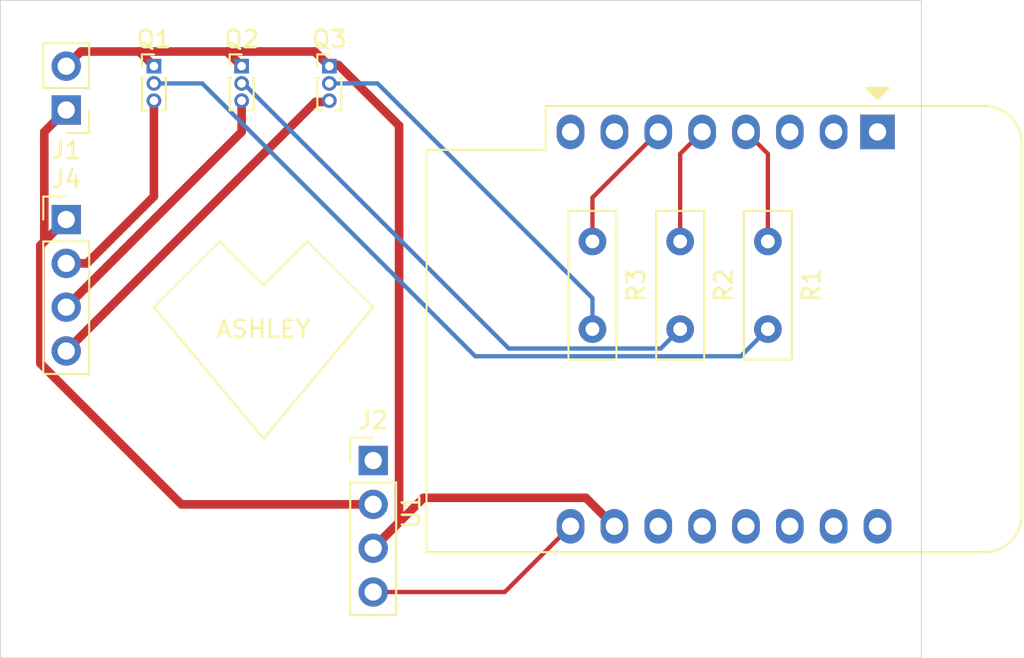
<source format=kicad_pcb>
(kicad_pcb (version 20171130) (host pcbnew 5.1.9)

  (general
    (thickness 1.6)
    (drawings 11)
    (tracks 49)
    (zones 0)
    (modules 10)
    (nets 25)
  )

  (page A4)
  (layers
    (0 F.Cu signal)
    (31 B.Cu signal)
    (33 F.Adhes user)
    (35 F.Paste user)
    (37 F.SilkS user)
    (38 B.Mask user)
    (39 F.Mask user)
    (40 Dwgs.User user)
    (41 Cmts.User user)
    (42 Eco1.User user)
    (43 Eco2.User user)
    (44 Edge.Cuts user)
    (45 Margin user)
    (46 B.CrtYd user)
    (47 F.CrtYd user)
    (49 F.Fab user)
  )

  (setup
    (last_trace_width 0.25)
    (trace_clearance 0.2)
    (zone_clearance 0.508)
    (zone_45_only no)
    (trace_min 0.2)
    (via_size 0.8)
    (via_drill 0.4)
    (via_min_size 0.4)
    (via_min_drill 0.3)
    (uvia_size 0.3)
    (uvia_drill 0.1)
    (uvias_allowed no)
    (uvia_min_size 0.2)
    (uvia_min_drill 0.1)
    (edge_width 0.05)
    (segment_width 0.2)
    (pcb_text_width 0.3)
    (pcb_text_size 1.5 1.5)
    (mod_edge_width 0.12)
    (mod_text_size 1 1)
    (mod_text_width 0.15)
    (pad_size 1.524 1.524)
    (pad_drill 0.762)
    (pad_to_mask_clearance 0)
    (aux_axis_origin 0 0)
    (visible_elements FFFFFF7F)
    (pcbplotparams
      (layerselection 0x010fc_ffffffff)
      (usegerberextensions false)
      (usegerberattributes true)
      (usegerberadvancedattributes true)
      (creategerberjobfile true)
      (excludeedgelayer true)
      (linewidth 0.100000)
      (plotframeref false)
      (viasonmask false)
      (mode 1)
      (useauxorigin false)
      (hpglpennumber 1)
      (hpglpenspeed 20)
      (hpglpendiameter 15.000000)
      (psnegative false)
      (psa4output false)
      (plotreference true)
      (plotvalue true)
      (plotinvisibletext false)
      (padsonsilk false)
      (subtractmaskfromsilk false)
      (outputformat 1)
      (mirror false)
      (drillshape 1)
      (scaleselection 1)
      (outputdirectory ""))
  )

  (net 0 "")
  (net 1 GND)
  (net 2 +24V)
  (net 3 "Net-(J2-Pad4)")
  (net 4 "Net-(J2-Pad1)")
  (net 5 "Net-(J4-Pad4)")
  (net 6 "Net-(J4-Pad3)")
  (net 7 "Net-(J4-Pad2)")
  (net 8 "Net-(Q1-Pad2)")
  (net 9 "Net-(Q2-Pad2)")
  (net 10 "Net-(Q3-Pad2)")
  (net 11 "Net-(R1-Pad1)")
  (net 12 "Net-(R2-Pad1)")
  (net 13 "Net-(R3-Pad1)")
  (net 14 "Net-(U1-Pad16)")
  (net 15 "Net-(U1-Pad15)")
  (net 16 "Net-(U1-Pad14)")
  (net 17 "Net-(U1-Pad13)")
  (net 18 "Net-(U1-Pad12)")
  (net 19 "Net-(U1-Pad11)")
  (net 20 "Net-(U1-Pad8)")
  (net 21 "Net-(U1-Pad7)")
  (net 22 "Net-(U1-Pad3)")
  (net 23 "Net-(U1-Pad1)")
  (net 24 "Net-(U1-Pad2)")

  (net_class Default "This is the default net class."
    (clearance 0.2)
    (trace_width 0.25)
    (via_dia 0.8)
    (via_drill 0.4)
    (uvia_dia 0.3)
    (uvia_drill 0.1)
    (add_net "Net-(J2-Pad1)")
    (add_net "Net-(J2-Pad4)")
    (add_net "Net-(Q1-Pad2)")
    (add_net "Net-(Q2-Pad2)")
    (add_net "Net-(Q3-Pad2)")
    (add_net "Net-(R1-Pad1)")
    (add_net "Net-(R2-Pad1)")
    (add_net "Net-(R3-Pad1)")
    (add_net "Net-(U1-Pad1)")
    (add_net "Net-(U1-Pad11)")
    (add_net "Net-(U1-Pad12)")
    (add_net "Net-(U1-Pad13)")
    (add_net "Net-(U1-Pad14)")
    (add_net "Net-(U1-Pad15)")
    (add_net "Net-(U1-Pad16)")
    (add_net "Net-(U1-Pad2)")
    (add_net "Net-(U1-Pad3)")
    (add_net "Net-(U1-Pad7)")
    (add_net "Net-(U1-Pad8)")
  )

  (net_class Large ""
    (clearance 0.4)
    (trace_width 0.5)
    (via_dia 1.6)
    (via_drill 0.8)
    (uvia_dia 0.6)
    (uvia_drill 0.2)
    (diff_pair_width 0.3)
    (diff_pair_gap 0.35)
    (add_net +24V)
    (add_net GND)
    (add_net "Net-(J4-Pad2)")
    (add_net "Net-(J4-Pad3)")
    (add_net "Net-(J4-Pad4)")
  )

  (module Connector_PinHeader_1.00mm:PinHeader_1x03_P1.00mm_Vertical (layer F.Cu) (tedit 59FED738) (tstamp 6020CACE)
    (at 92.71 80.01)
    (descr "Through hole straight pin header, 1x03, 1.00mm pitch, single row")
    (tags "Through hole pin header THT 1x03 1.00mm single row")
    (path /602468BE)
    (fp_text reference Q2 (at 0 -1.56) (layer F.SilkS)
      (effects (font (size 1 1) (thickness 0.15)))
    )
    (fp_text value 2N2222 (at 0 3.56) (layer F.Fab)
      (effects (font (size 1 1) (thickness 0.15)))
    )
    (fp_line (start -0.3175 -0.5) (end 0.635 -0.5) (layer F.Fab) (width 0.1))
    (fp_line (start 0.635 -0.5) (end 0.635 2.5) (layer F.Fab) (width 0.1))
    (fp_line (start 0.635 2.5) (end -0.635 2.5) (layer F.Fab) (width 0.1))
    (fp_line (start -0.635 2.5) (end -0.635 -0.1825) (layer F.Fab) (width 0.1))
    (fp_line (start -0.635 -0.1825) (end -0.3175 -0.5) (layer F.Fab) (width 0.1))
    (fp_line (start -0.695 2.56) (end -0.394493 2.56) (layer F.SilkS) (width 0.12))
    (fp_line (start 0.394493 2.56) (end 0.695 2.56) (layer F.SilkS) (width 0.12))
    (fp_line (start -0.695 0.685) (end -0.695 2.56) (layer F.SilkS) (width 0.12))
    (fp_line (start 0.695 0.685) (end 0.695 2.56) (layer F.SilkS) (width 0.12))
    (fp_line (start -0.695 0.685) (end -0.608276 0.685) (layer F.SilkS) (width 0.12))
    (fp_line (start 0.608276 0.685) (end 0.695 0.685) (layer F.SilkS) (width 0.12))
    (fp_line (start -0.695 0) (end -0.695 -0.685) (layer F.SilkS) (width 0.12))
    (fp_line (start -0.695 -0.685) (end 0 -0.685) (layer F.SilkS) (width 0.12))
    (fp_line (start -1.15 -1) (end -1.15 3) (layer F.CrtYd) (width 0.05))
    (fp_line (start -1.15 3) (end 1.15 3) (layer F.CrtYd) (width 0.05))
    (fp_line (start 1.15 3) (end 1.15 -1) (layer F.CrtYd) (width 0.05))
    (fp_line (start 1.15 -1) (end -1.15 -1) (layer F.CrtYd) (width 0.05))
    (fp_text user %R (at 0 1 90) (layer F.Fab)
      (effects (font (size 0.76 0.76) (thickness 0.114)))
    )
    (pad 3 thru_hole oval (at 0 2) (size 0.85 0.85) (drill 0.5) (layers *.Cu *.Mask)
      (net 6 "Net-(J4-Pad3)"))
    (pad 2 thru_hole oval (at 0 1) (size 0.85 0.85) (drill 0.5) (layers *.Cu *.Mask)
      (net 9 "Net-(Q2-Pad2)"))
    (pad 1 thru_hole rect (at 0 0) (size 0.85 0.85) (drill 0.5) (layers *.Cu *.Mask)
      (net 1 GND))
    (model ${KISYS3DMOD}/Connector_PinHeader_1.00mm.3dshapes/PinHeader_1x03_P1.00mm_Vertical.wrl
      (at (xyz 0 0 0))
      (scale (xyz 1 1 1))
      (rotate (xyz 0 0 0))
    )
  )

  (module Connector_PinHeader_1.00mm:PinHeader_1x03_P1.00mm_Vertical (layer F.Cu) (tedit 59FED738) (tstamp 6020CAB9)
    (at 87.63 80.01)
    (descr "Through hole straight pin header, 1x03, 1.00mm pitch, single row")
    (tags "Through hole pin header THT 1x03 1.00mm single row")
    (path /60221E2A)
    (fp_text reference Q1 (at 0 -1.56) (layer F.SilkS)
      (effects (font (size 1 1) (thickness 0.15)))
    )
    (fp_text value 2N2222 (at 0 3.56) (layer F.Fab)
      (effects (font (size 1 1) (thickness 0.15)))
    )
    (fp_line (start -0.3175 -0.5) (end 0.635 -0.5) (layer F.Fab) (width 0.1))
    (fp_line (start 0.635 -0.5) (end 0.635 2.5) (layer F.Fab) (width 0.1))
    (fp_line (start 0.635 2.5) (end -0.635 2.5) (layer F.Fab) (width 0.1))
    (fp_line (start -0.635 2.5) (end -0.635 -0.1825) (layer F.Fab) (width 0.1))
    (fp_line (start -0.635 -0.1825) (end -0.3175 -0.5) (layer F.Fab) (width 0.1))
    (fp_line (start -0.695 2.56) (end -0.394493 2.56) (layer F.SilkS) (width 0.12))
    (fp_line (start 0.394493 2.56) (end 0.695 2.56) (layer F.SilkS) (width 0.12))
    (fp_line (start -0.695 0.685) (end -0.695 2.56) (layer F.SilkS) (width 0.12))
    (fp_line (start 0.695 0.685) (end 0.695 2.56) (layer F.SilkS) (width 0.12))
    (fp_line (start -0.695 0.685) (end -0.608276 0.685) (layer F.SilkS) (width 0.12))
    (fp_line (start 0.608276 0.685) (end 0.695 0.685) (layer F.SilkS) (width 0.12))
    (fp_line (start -0.695 0) (end -0.695 -0.685) (layer F.SilkS) (width 0.12))
    (fp_line (start -0.695 -0.685) (end 0 -0.685) (layer F.SilkS) (width 0.12))
    (fp_line (start -1.15 -1) (end -1.15 3) (layer F.CrtYd) (width 0.05))
    (fp_line (start -1.15 3) (end 1.15 3) (layer F.CrtYd) (width 0.05))
    (fp_line (start 1.15 3) (end 1.15 -1) (layer F.CrtYd) (width 0.05))
    (fp_line (start 1.15 -1) (end -1.15 -1) (layer F.CrtYd) (width 0.05))
    (fp_text user %R (at 0 1 90) (layer F.Fab)
      (effects (font (size 0.76 0.76) (thickness 0.114)))
    )
    (pad 3 thru_hole oval (at 0 2) (size 0.85 0.85) (drill 0.5) (layers *.Cu *.Mask)
      (net 7 "Net-(J4-Pad2)"))
    (pad 2 thru_hole oval (at 0 1) (size 0.85 0.85) (drill 0.5) (layers *.Cu *.Mask)
      (net 8 "Net-(Q1-Pad2)"))
    (pad 1 thru_hole rect (at 0 0) (size 0.85 0.85) (drill 0.5) (layers *.Cu *.Mask)
      (net 1 GND))
    (model ${KISYS3DMOD}/Connector_PinHeader_1.00mm.3dshapes/PinHeader_1x03_P1.00mm_Vertical.wrl
      (at (xyz 0 0 0))
      (scale (xyz 1 1 1))
      (rotate (xyz 0 0 0))
    )
  )

  (module Connector_PinHeader_1.00mm:PinHeader_1x03_P1.00mm_Vertical (layer F.Cu) (tedit 59FED738) (tstamp 6020CAE3)
    (at 97.79 80.01)
    (descr "Through hole straight pin header, 1x03, 1.00mm pitch, single row")
    (tags "Through hole pin header THT 1x03 1.00mm single row")
    (path /60247E66)
    (fp_text reference Q3 (at 0 -1.56) (layer F.SilkS)
      (effects (font (size 1 1) (thickness 0.15)))
    )
    (fp_text value 2N2222 (at 0 3.56) (layer F.Fab)
      (effects (font (size 1 1) (thickness 0.15)))
    )
    (fp_line (start -0.3175 -0.5) (end 0.635 -0.5) (layer F.Fab) (width 0.1))
    (fp_line (start 0.635 -0.5) (end 0.635 2.5) (layer F.Fab) (width 0.1))
    (fp_line (start 0.635 2.5) (end -0.635 2.5) (layer F.Fab) (width 0.1))
    (fp_line (start -0.635 2.5) (end -0.635 -0.1825) (layer F.Fab) (width 0.1))
    (fp_line (start -0.635 -0.1825) (end -0.3175 -0.5) (layer F.Fab) (width 0.1))
    (fp_line (start -0.695 2.56) (end -0.394493 2.56) (layer F.SilkS) (width 0.12))
    (fp_line (start 0.394493 2.56) (end 0.695 2.56) (layer F.SilkS) (width 0.12))
    (fp_line (start -0.695 0.685) (end -0.695 2.56) (layer F.SilkS) (width 0.12))
    (fp_line (start 0.695 0.685) (end 0.695 2.56) (layer F.SilkS) (width 0.12))
    (fp_line (start -0.695 0.685) (end -0.608276 0.685) (layer F.SilkS) (width 0.12))
    (fp_line (start 0.608276 0.685) (end 0.695 0.685) (layer F.SilkS) (width 0.12))
    (fp_line (start -0.695 0) (end -0.695 -0.685) (layer F.SilkS) (width 0.12))
    (fp_line (start -0.695 -0.685) (end 0 -0.685) (layer F.SilkS) (width 0.12))
    (fp_line (start -1.15 -1) (end -1.15 3) (layer F.CrtYd) (width 0.05))
    (fp_line (start -1.15 3) (end 1.15 3) (layer F.CrtYd) (width 0.05))
    (fp_line (start 1.15 3) (end 1.15 -1) (layer F.CrtYd) (width 0.05))
    (fp_line (start 1.15 -1) (end -1.15 -1) (layer F.CrtYd) (width 0.05))
    (fp_text user %R (at 0 1 90) (layer F.Fab)
      (effects (font (size 0.76 0.76) (thickness 0.114)))
    )
    (pad 3 thru_hole oval (at 0 2) (size 0.85 0.85) (drill 0.5) (layers *.Cu *.Mask)
      (net 5 "Net-(J4-Pad4)"))
    (pad 2 thru_hole oval (at 0 1) (size 0.85 0.85) (drill 0.5) (layers *.Cu *.Mask)
      (net 10 "Net-(Q3-Pad2)"))
    (pad 1 thru_hole rect (at 0 0) (size 0.85 0.85) (drill 0.5) (layers *.Cu *.Mask)
      (net 1 GND))
    (model ${KISYS3DMOD}/Connector_PinHeader_1.00mm.3dshapes/PinHeader_1x03_P1.00mm_Vertical.wrl
      (at (xyz 0 0 0))
      (scale (xyz 1 1 1))
      (rotate (xyz 0 0 0))
    )
  )

  (module Module:WEMOS_D1_mini_light (layer F.Cu) (tedit 5BBFB1CE) (tstamp 6020CB5F)
    (at 129.54 83.82 270)
    (descr "16-pin module, column spacing 22.86 mm (900 mils), https://wiki.wemos.cc/products:d1:d1_mini, https://c1.staticflickr.com/1/734/31400410271_f278b087db_z.jpg")
    (tags "ESP8266 WiFi microcontroller")
    (path /6020A265)
    (fp_text reference U1 (at 22 27 90) (layer F.SilkS)
      (effects (font (size 1 1) (thickness 0.15)))
    )
    (fp_text value WeMos_D1_mini (at 11.7 0 90) (layer F.Fab)
      (effects (font (size 1 1) (thickness 0.15)))
    )
    (fp_line (start 1.04 26.12) (end 24.36 26.12) (layer F.SilkS) (width 0.12))
    (fp_line (start -1.5 19.22) (end -1.5 -6.21) (layer F.SilkS) (width 0.12))
    (fp_line (start 24.36 26.12) (end 24.36 -6.21) (layer F.SilkS) (width 0.12))
    (fp_line (start 22.24 -8.34) (end 0.63 -8.34) (layer F.SilkS) (width 0.12))
    (fp_line (start 1.17 25.99) (end 24.23 25.99) (layer F.Fab) (width 0.1))
    (fp_line (start 24.23 25.99) (end 24.23 -6.21) (layer F.Fab) (width 0.1))
    (fp_line (start 22.23 -8.21) (end 0.63 -8.21) (layer F.Fab) (width 0.1))
    (fp_line (start -1.37 1) (end -1.37 19.09) (layer F.Fab) (width 0.1))
    (fp_line (start -1.62 -8.46) (end 24.48 -8.46) (layer F.CrtYd) (width 0.05))
    (fp_line (start 24.48 -8.41) (end 24.48 26.24) (layer F.CrtYd) (width 0.05))
    (fp_line (start 24.48 26.24) (end -1.62 26.24) (layer F.CrtYd) (width 0.05))
    (fp_line (start -1.62 26.24) (end -1.62 -8.46) (layer F.CrtYd) (width 0.05))
    (fp_poly (pts (xy -2.54 -0.635) (xy -2.54 0.635) (xy -1.905 0)) (layer F.SilkS) (width 0.15))
    (fp_line (start -1.35 -1.4) (end 24.25 -1.4) (layer Dwgs.User) (width 0.1))
    (fp_line (start 24.25 -1.4) (end 24.25 -8.2) (layer Dwgs.User) (width 0.1))
    (fp_line (start 24.25 -8.2) (end -1.35 -8.2) (layer Dwgs.User) (width 0.1))
    (fp_line (start -1.35 -8.2) (end -1.35 -1.4) (layer Dwgs.User) (width 0.1))
    (fp_line (start -1.35 -1.4) (end 5.45 -8.2) (layer Dwgs.User) (width 0.1))
    (fp_line (start 0.65 -1.4) (end 7.45 -8.2) (layer Dwgs.User) (width 0.1))
    (fp_line (start 2.65 -1.4) (end 9.45 -8.2) (layer Dwgs.User) (width 0.1))
    (fp_line (start 4.65 -1.4) (end 11.45 -8.2) (layer Dwgs.User) (width 0.1))
    (fp_line (start 6.65 -1.4) (end 13.45 -8.2) (layer Dwgs.User) (width 0.1))
    (fp_line (start 8.65 -1.4) (end 15.45 -8.2) (layer Dwgs.User) (width 0.1))
    (fp_line (start 10.65 -1.4) (end 17.45 -8.2) (layer Dwgs.User) (width 0.1))
    (fp_line (start 12.65 -1.4) (end 19.45 -8.2) (layer Dwgs.User) (width 0.1))
    (fp_line (start 14.65 -1.4) (end 21.45 -8.2) (layer Dwgs.User) (width 0.1))
    (fp_line (start 16.65 -1.4) (end 23.45 -8.2) (layer Dwgs.User) (width 0.1))
    (fp_line (start 18.65 -1.4) (end 24.25 -7) (layer Dwgs.User) (width 0.1))
    (fp_line (start 20.65 -1.4) (end 24.25 -5) (layer Dwgs.User) (width 0.1))
    (fp_line (start 22.65 -1.4) (end 24.25 -3) (layer Dwgs.User) (width 0.1))
    (fp_line (start -1.35 -3.4) (end 3.45 -8.2) (layer Dwgs.User) (width 0.1))
    (fp_line (start -1.3 -5.45) (end 1.45 -8.2) (layer Dwgs.User) (width 0.1))
    (fp_line (start -1.35 -7.4) (end -0.55 -8.2) (layer Dwgs.User) (width 0.1))
    (fp_line (start -1.37 19.09) (end 1.17 19.09) (layer F.Fab) (width 0.1))
    (fp_line (start 1.17 19.09) (end 1.17 25.99) (layer F.Fab) (width 0.1))
    (fp_line (start -1.37 -6.21) (end -1.37 -1) (layer F.Fab) (width 0.1))
    (fp_line (start -1.37 1) (end -0.37 0) (layer F.Fab) (width 0.1))
    (fp_line (start -0.37 0) (end -1.37 -1) (layer F.Fab) (width 0.1))
    (fp_line (start -1.5 19.22) (end 1.04 19.22) (layer F.SilkS) (width 0.12))
    (fp_line (start 1.04 19.22) (end 1.04 26.12) (layer F.SilkS) (width 0.12))
    (fp_text user "No copper" (at 11.43 -3.81 90) (layer Cmts.User)
      (effects (font (size 1 1) (thickness 0.15)))
    )
    (fp_text user "KEEP OUT" (at 11.43 -6.35 90) (layer Cmts.User)
      (effects (font (size 1 1) (thickness 0.15)))
    )
    (fp_arc (start 22.23 -6.21) (end 24.36 -6.21) (angle -90) (layer F.SilkS) (width 0.12))
    (fp_arc (start 0.63 -6.21) (end 0.63 -8.34) (angle -90) (layer F.SilkS) (width 0.12))
    (fp_arc (start 22.23 -6.21) (end 24.23 -6.19) (angle -90) (layer F.Fab) (width 0.1))
    (fp_arc (start 0.63 -6.21) (end 0.63 -8.21) (angle -90) (layer F.Fab) (width 0.1))
    (fp_text user %R (at 11.43 10 90) (layer F.Fab)
      (effects (font (size 1 1) (thickness 0.15)))
    )
    (pad 16 thru_hole oval (at 22.86 0 270) (size 2 1.6) (drill 1) (layers *.Cu *.Mask)
      (net 14 "Net-(U1-Pad16)"))
    (pad 15 thru_hole oval (at 22.86 2.54 270) (size 2 1.6) (drill 1) (layers *.Cu *.Mask)
      (net 15 "Net-(U1-Pad15)"))
    (pad 14 thru_hole oval (at 22.86 5.08 270) (size 2 1.6) (drill 1) (layers *.Cu *.Mask)
      (net 16 "Net-(U1-Pad14)"))
    (pad 13 thru_hole oval (at 22.86 7.62 270) (size 2 1.6) (drill 1) (layers *.Cu *.Mask)
      (net 17 "Net-(U1-Pad13)"))
    (pad 12 thru_hole oval (at 22.86 10.16 270) (size 2 1.6) (drill 1) (layers *.Cu *.Mask)
      (net 18 "Net-(U1-Pad12)"))
    (pad 11 thru_hole oval (at 22.86 12.7 270) (size 2 1.6) (drill 1) (layers *.Cu *.Mask)
      (net 19 "Net-(U1-Pad11)"))
    (pad 10 thru_hole oval (at 22.86 15.24 270) (size 2 1.6) (drill 1) (layers *.Cu *.Mask)
      (net 1 GND))
    (pad 9 thru_hole oval (at 22.86 17.78 270) (size 2 1.6) (drill 1) (layers *.Cu *.Mask)
      (net 3 "Net-(J2-Pad4)"))
    (pad 8 thru_hole oval (at 0 17.78 270) (size 2 1.6) (drill 1) (layers *.Cu *.Mask)
      (net 20 "Net-(U1-Pad8)"))
    (pad 7 thru_hole oval (at 0 15.24 270) (size 2 1.6) (drill 1) (layers *.Cu *.Mask)
      (net 21 "Net-(U1-Pad7)"))
    (pad 6 thru_hole oval (at 0 12.7 270) (size 2 1.6) (drill 1) (layers *.Cu *.Mask)
      (net 13 "Net-(R3-Pad1)"))
    (pad 5 thru_hole oval (at 0 10.16 270) (size 2 1.6) (drill 1) (layers *.Cu *.Mask)
      (net 12 "Net-(R2-Pad1)"))
    (pad 4 thru_hole oval (at 0 7.62 270) (size 2 1.6) (drill 1) (layers *.Cu *.Mask)
      (net 11 "Net-(R1-Pad1)"))
    (pad 3 thru_hole oval (at 0 5.08 270) (size 2 1.6) (drill 1) (layers *.Cu *.Mask)
      (net 22 "Net-(U1-Pad3)"))
    (pad 1 thru_hole rect (at 0 0 270) (size 2 2) (drill 1) (layers *.Cu *.Mask)
      (net 23 "Net-(U1-Pad1)"))
    (pad 2 thru_hole oval (at 0 2.54 270) (size 2 1.6) (drill 1) (layers *.Cu *.Mask)
      (net 24 "Net-(U1-Pad2)"))
    (model ${KISYS3DMOD}/Module.3dshapes/WEMOS_D1_mini_light.wrl
      (at (xyz 0 0 0))
      (scale (xyz 1 1 1))
      (rotate (xyz 0 0 0))
    )
    (model ${KISYS3DMOD}/Connector_PinHeader_2.54mm.3dshapes/PinHeader_1x08_P2.54mm_Vertical.wrl
      (offset (xyz 0 0 9.5))
      (scale (xyz 1 1 1))
      (rotate (xyz 0 -180 0))
    )
    (model ${KISYS3DMOD}/Connector_PinHeader_2.54mm.3dshapes/PinHeader_1x08_P2.54mm_Vertical.wrl
      (offset (xyz 22.86 0 9.5))
      (scale (xyz 1 1 1))
      (rotate (xyz 0 -180 0))
    )
    (model ${KISYS3DMOD}/Connector_PinSocket_2.54mm.3dshapes/PinSocket_1x08_P2.54mm_Vertical.wrl
      (at (xyz 0 0 0))
      (scale (xyz 1 1 1))
      (rotate (xyz 0 0 0))
    )
    (model ${KISYS3DMOD}/Connector_PinSocket_2.54mm.3dshapes/PinSocket_1x08_P2.54mm_Vertical.wrl
      (offset (xyz 22.86 0 0))
      (scale (xyz 1 1 1))
      (rotate (xyz 0 0 0))
    )
  )

  (module Resistor_THT:R_Box_L8.4mm_W2.5mm_P5.08mm (layer F.Cu) (tedit 5AE5139B) (tstamp 6020CB1C)
    (at 113.03 90.17 270)
    (descr "Resistor, Box series, Radial, pin pitch=5.08mm, 0.5W = 1/2W, length*width=8.38*2.54mm^2, http://www.vishay.com/docs/60051/cns020.pdf")
    (tags "Resistor Box series Radial pin pitch 5.08mm 0.5W = 1/2W length 8.38mm width 2.54mm")
    (path /6020FA21)
    (fp_text reference R3 (at 2.54 -2.52 90) (layer F.SilkS)
      (effects (font (size 1 1) (thickness 0.15)))
    )
    (fp_text value 1K (at 2.54 2.52 90) (layer F.Fab)
      (effects (font (size 1 1) (thickness 0.15)))
    )
    (fp_line (start -1.65 -1.27) (end -1.65 1.27) (layer F.Fab) (width 0.1))
    (fp_line (start -1.65 1.27) (end 6.73 1.27) (layer F.Fab) (width 0.1))
    (fp_line (start 6.73 1.27) (end 6.73 -1.27) (layer F.Fab) (width 0.1))
    (fp_line (start 6.73 -1.27) (end -1.65 -1.27) (layer F.Fab) (width 0.1))
    (fp_line (start -1.77 -1.39) (end 6.85 -1.39) (layer F.SilkS) (width 0.12))
    (fp_line (start -1.77 1.39) (end 6.85 1.39) (layer F.SilkS) (width 0.12))
    (fp_line (start -1.77 -1.39) (end -1.77 1.39) (layer F.SilkS) (width 0.12))
    (fp_line (start 6.85 -1.39) (end 6.85 1.39) (layer F.SilkS) (width 0.12))
    (fp_line (start -1.91 -1.52) (end -1.91 1.52) (layer F.CrtYd) (width 0.05))
    (fp_line (start -1.91 1.52) (end 6.98 1.52) (layer F.CrtYd) (width 0.05))
    (fp_line (start 6.98 1.52) (end 6.98 -1.52) (layer F.CrtYd) (width 0.05))
    (fp_line (start 6.98 -1.52) (end -1.91 -1.52) (layer F.CrtYd) (width 0.05))
    (fp_text user %R (at 2.54 0 90) (layer F.Fab)
      (effects (font (size 1 1) (thickness 0.15)))
    )
    (pad 2 thru_hole circle (at 5.08 0 270) (size 1.6 1.6) (drill 0.8) (layers *.Cu *.Mask)
      (net 10 "Net-(Q3-Pad2)"))
    (pad 1 thru_hole circle (at 0 0 270) (size 1.6 1.6) (drill 0.8) (layers *.Cu *.Mask)
      (net 13 "Net-(R3-Pad1)"))
    (model ${KISYS3DMOD}/Resistor_THT.3dshapes/R_Box_L8.4mm_W2.5mm_P5.08mm.wrl
      (at (xyz 0 0 0))
      (scale (xyz 1 1 1))
      (rotate (xyz 0 0 0))
    )
  )

  (module Resistor_THT:R_Box_L8.4mm_W2.5mm_P5.08mm (layer F.Cu) (tedit 5AE5139B) (tstamp 6020CB09)
    (at 118.11 90.17 270)
    (descr "Resistor, Box series, Radial, pin pitch=5.08mm, 0.5W = 1/2W, length*width=8.38*2.54mm^2, http://www.vishay.com/docs/60051/cns020.pdf")
    (tags "Resistor Box series Radial pin pitch 5.08mm 0.5W = 1/2W length 8.38mm width 2.54mm")
    (path /6020F571)
    (fp_text reference R2 (at 2.54 -2.52 90) (layer F.SilkS)
      (effects (font (size 1 1) (thickness 0.15)))
    )
    (fp_text value 1K (at 2.54 2.52 90) (layer F.Fab)
      (effects (font (size 1 1) (thickness 0.15)))
    )
    (fp_line (start -1.65 -1.27) (end -1.65 1.27) (layer F.Fab) (width 0.1))
    (fp_line (start -1.65 1.27) (end 6.73 1.27) (layer F.Fab) (width 0.1))
    (fp_line (start 6.73 1.27) (end 6.73 -1.27) (layer F.Fab) (width 0.1))
    (fp_line (start 6.73 -1.27) (end -1.65 -1.27) (layer F.Fab) (width 0.1))
    (fp_line (start -1.77 -1.39) (end 6.85 -1.39) (layer F.SilkS) (width 0.12))
    (fp_line (start -1.77 1.39) (end 6.85 1.39) (layer F.SilkS) (width 0.12))
    (fp_line (start -1.77 -1.39) (end -1.77 1.39) (layer F.SilkS) (width 0.12))
    (fp_line (start 6.85 -1.39) (end 6.85 1.39) (layer F.SilkS) (width 0.12))
    (fp_line (start -1.91 -1.52) (end -1.91 1.52) (layer F.CrtYd) (width 0.05))
    (fp_line (start -1.91 1.52) (end 6.98 1.52) (layer F.CrtYd) (width 0.05))
    (fp_line (start 6.98 1.52) (end 6.98 -1.52) (layer F.CrtYd) (width 0.05))
    (fp_line (start 6.98 -1.52) (end -1.91 -1.52) (layer F.CrtYd) (width 0.05))
    (fp_text user %R (at 2.54 0 90) (layer F.Fab)
      (effects (font (size 1 1) (thickness 0.15)))
    )
    (pad 2 thru_hole circle (at 5.08 0 270) (size 1.6 1.6) (drill 0.8) (layers *.Cu *.Mask)
      (net 9 "Net-(Q2-Pad2)"))
    (pad 1 thru_hole circle (at 0 0 270) (size 1.6 1.6) (drill 0.8) (layers *.Cu *.Mask)
      (net 12 "Net-(R2-Pad1)"))
    (model ${KISYS3DMOD}/Resistor_THT.3dshapes/R_Box_L8.4mm_W2.5mm_P5.08mm.wrl
      (at (xyz 0 0 0))
      (scale (xyz 1 1 1))
      (rotate (xyz 0 0 0))
    )
  )

  (module Resistor_THT:R_Box_L8.4mm_W2.5mm_P5.08mm (layer F.Cu) (tedit 5AE5139B) (tstamp 6020CAF6)
    (at 123.19 90.17 270)
    (descr "Resistor, Box series, Radial, pin pitch=5.08mm, 0.5W = 1/2W, length*width=8.38*2.54mm^2, http://www.vishay.com/docs/60051/cns020.pdf")
    (tags "Resistor Box series Radial pin pitch 5.08mm 0.5W = 1/2W length 8.38mm width 2.54mm")
    (path /6020E56E)
    (fp_text reference R1 (at 2.54 -2.52 90) (layer F.SilkS)
      (effects (font (size 1 1) (thickness 0.15)))
    )
    (fp_text value 1K (at 2.54 2.52 90) (layer F.Fab)
      (effects (font (size 1 1) (thickness 0.15)))
    )
    (fp_line (start -1.65 -1.27) (end -1.65 1.27) (layer F.Fab) (width 0.1))
    (fp_line (start -1.65 1.27) (end 6.73 1.27) (layer F.Fab) (width 0.1))
    (fp_line (start 6.73 1.27) (end 6.73 -1.27) (layer F.Fab) (width 0.1))
    (fp_line (start 6.73 -1.27) (end -1.65 -1.27) (layer F.Fab) (width 0.1))
    (fp_line (start -1.77 -1.39) (end 6.85 -1.39) (layer F.SilkS) (width 0.12))
    (fp_line (start -1.77 1.39) (end 6.85 1.39) (layer F.SilkS) (width 0.12))
    (fp_line (start -1.77 -1.39) (end -1.77 1.39) (layer F.SilkS) (width 0.12))
    (fp_line (start 6.85 -1.39) (end 6.85 1.39) (layer F.SilkS) (width 0.12))
    (fp_line (start -1.91 -1.52) (end -1.91 1.52) (layer F.CrtYd) (width 0.05))
    (fp_line (start -1.91 1.52) (end 6.98 1.52) (layer F.CrtYd) (width 0.05))
    (fp_line (start 6.98 1.52) (end 6.98 -1.52) (layer F.CrtYd) (width 0.05))
    (fp_line (start 6.98 -1.52) (end -1.91 -1.52) (layer F.CrtYd) (width 0.05))
    (fp_text user %R (at 2.54 0 90) (layer F.Fab)
      (effects (font (size 1 1) (thickness 0.15)))
    )
    (pad 2 thru_hole circle (at 5.08 0 270) (size 1.6 1.6) (drill 0.8) (layers *.Cu *.Mask)
      (net 8 "Net-(Q1-Pad2)"))
    (pad 1 thru_hole circle (at 0 0 270) (size 1.6 1.6) (drill 0.8) (layers *.Cu *.Mask)
      (net 11 "Net-(R1-Pad1)"))
    (model ${KISYS3DMOD}/Resistor_THT.3dshapes/R_Box_L8.4mm_W2.5mm_P5.08mm.wrl
      (at (xyz 0 0 0))
      (scale (xyz 1 1 1))
      (rotate (xyz 0 0 0))
    )
  )

  (module Connector_PinHeader_2.54mm:PinHeader_1x04_P2.54mm_Vertical (layer F.Cu) (tedit 59FED5CC) (tstamp 6020CAA4)
    (at 82.55 88.9)
    (descr "Through hole straight pin header, 1x04, 2.54mm pitch, single row")
    (tags "Through hole pin header THT 1x04 2.54mm single row")
    (path /60230947)
    (fp_text reference J4 (at 0 -2.33) (layer F.SilkS)
      (effects (font (size 1 1) (thickness 0.15)))
    )
    (fp_text value LEDs (at 0 9.95) (layer F.Fab)
      (effects (font (size 1 1) (thickness 0.15)))
    )
    (fp_line (start -0.635 -1.27) (end 1.27 -1.27) (layer F.Fab) (width 0.1))
    (fp_line (start 1.27 -1.27) (end 1.27 8.89) (layer F.Fab) (width 0.1))
    (fp_line (start 1.27 8.89) (end -1.27 8.89) (layer F.Fab) (width 0.1))
    (fp_line (start -1.27 8.89) (end -1.27 -0.635) (layer F.Fab) (width 0.1))
    (fp_line (start -1.27 -0.635) (end -0.635 -1.27) (layer F.Fab) (width 0.1))
    (fp_line (start -1.33 8.95) (end 1.33 8.95) (layer F.SilkS) (width 0.12))
    (fp_line (start -1.33 1.27) (end -1.33 8.95) (layer F.SilkS) (width 0.12))
    (fp_line (start 1.33 1.27) (end 1.33 8.95) (layer F.SilkS) (width 0.12))
    (fp_line (start -1.33 1.27) (end 1.33 1.27) (layer F.SilkS) (width 0.12))
    (fp_line (start -1.33 0) (end -1.33 -1.33) (layer F.SilkS) (width 0.12))
    (fp_line (start -1.33 -1.33) (end 0 -1.33) (layer F.SilkS) (width 0.12))
    (fp_line (start -1.8 -1.8) (end -1.8 9.4) (layer F.CrtYd) (width 0.05))
    (fp_line (start -1.8 9.4) (end 1.8 9.4) (layer F.CrtYd) (width 0.05))
    (fp_line (start 1.8 9.4) (end 1.8 -1.8) (layer F.CrtYd) (width 0.05))
    (fp_line (start 1.8 -1.8) (end -1.8 -1.8) (layer F.CrtYd) (width 0.05))
    (fp_text user %R (at 0 3.81 90) (layer F.Fab)
      (effects (font (size 1 1) (thickness 0.15)))
    )
    (pad 4 thru_hole oval (at 0 7.62) (size 1.7 1.7) (drill 1) (layers *.Cu *.Mask)
      (net 5 "Net-(J4-Pad4)"))
    (pad 3 thru_hole oval (at 0 5.08) (size 1.7 1.7) (drill 1) (layers *.Cu *.Mask)
      (net 6 "Net-(J4-Pad3)"))
    (pad 2 thru_hole oval (at 0 2.54) (size 1.7 1.7) (drill 1) (layers *.Cu *.Mask)
      (net 7 "Net-(J4-Pad2)"))
    (pad 1 thru_hole rect (at 0 0) (size 1.7 1.7) (drill 1) (layers *.Cu *.Mask)
      (net 2 +24V))
    (model ${KISYS3DMOD}/Connector_PinHeader_2.54mm.3dshapes/PinHeader_1x04_P2.54mm_Vertical.wrl
      (at (xyz 0 0 0))
      (scale (xyz 1 1 1))
      (rotate (xyz 0 0 0))
    )
  )

  (module Connector_PinHeader_2.54mm:PinHeader_1x04_P2.54mm_Vertical (layer F.Cu) (tedit 59FED5CC) (tstamp 6020CA8C)
    (at 100.33 102.87)
    (descr "Through hole straight pin header, 1x04, 2.54mm pitch, single row")
    (tags "Through hole pin header THT 1x04 2.54mm single row")
    (path /60206EAB)
    (fp_text reference J2 (at 0 -2.33) (layer F.SilkS)
      (effects (font (size 1 1) (thickness 0.15)))
    )
    (fp_text value "5V REG" (at 0 9.95) (layer F.Fab)
      (effects (font (size 1 1) (thickness 0.15)))
    )
    (fp_line (start -0.635 -1.27) (end 1.27 -1.27) (layer F.Fab) (width 0.1))
    (fp_line (start 1.27 -1.27) (end 1.27 8.89) (layer F.Fab) (width 0.1))
    (fp_line (start 1.27 8.89) (end -1.27 8.89) (layer F.Fab) (width 0.1))
    (fp_line (start -1.27 8.89) (end -1.27 -0.635) (layer F.Fab) (width 0.1))
    (fp_line (start -1.27 -0.635) (end -0.635 -1.27) (layer F.Fab) (width 0.1))
    (fp_line (start -1.33 8.95) (end 1.33 8.95) (layer F.SilkS) (width 0.12))
    (fp_line (start -1.33 1.27) (end -1.33 8.95) (layer F.SilkS) (width 0.12))
    (fp_line (start 1.33 1.27) (end 1.33 8.95) (layer F.SilkS) (width 0.12))
    (fp_line (start -1.33 1.27) (end 1.33 1.27) (layer F.SilkS) (width 0.12))
    (fp_line (start -1.33 0) (end -1.33 -1.33) (layer F.SilkS) (width 0.12))
    (fp_line (start -1.33 -1.33) (end 0 -1.33) (layer F.SilkS) (width 0.12))
    (fp_line (start -1.8 -1.8) (end -1.8 9.4) (layer F.CrtYd) (width 0.05))
    (fp_line (start -1.8 9.4) (end 1.8 9.4) (layer F.CrtYd) (width 0.05))
    (fp_line (start 1.8 9.4) (end 1.8 -1.8) (layer F.CrtYd) (width 0.05))
    (fp_line (start 1.8 -1.8) (end -1.8 -1.8) (layer F.CrtYd) (width 0.05))
    (fp_text user %R (at 0 3.81 90) (layer F.Fab)
      (effects (font (size 1 1) (thickness 0.15)))
    )
    (pad 4 thru_hole oval (at 0 7.62) (size 1.7 1.7) (drill 1) (layers *.Cu *.Mask)
      (net 3 "Net-(J2-Pad4)"))
    (pad 3 thru_hole oval (at 0 5.08) (size 1.7 1.7) (drill 1) (layers *.Cu *.Mask)
      (net 1 GND))
    (pad 2 thru_hole oval (at 0 2.54) (size 1.7 1.7) (drill 1) (layers *.Cu *.Mask)
      (net 2 +24V))
    (pad 1 thru_hole rect (at 0 0) (size 1.7 1.7) (drill 1) (layers *.Cu *.Mask)
      (net 4 "Net-(J2-Pad1)"))
    (model ${KISYS3DMOD}/Connector_PinHeader_2.54mm.3dshapes/PinHeader_1x04_P2.54mm_Vertical.wrl
      (at (xyz 0 0 0))
      (scale (xyz 1 1 1))
      (rotate (xyz 0 0 0))
    )
  )

  (module Connector_PinHeader_2.54mm:PinHeader_1x02_P2.54mm_Vertical (layer F.Cu) (tedit 59FED5CC) (tstamp 6020CA74)
    (at 82.55 82.55 180)
    (descr "Through hole straight pin header, 1x02, 2.54mm pitch, single row")
    (tags "Through hole pin header THT 1x02 2.54mm single row")
    (path /60206738)
    (fp_text reference J1 (at 0 -2.33) (layer F.SilkS)
      (effects (font (size 1 1) (thickness 0.15)))
    )
    (fp_text value POW (at 0 4.87) (layer F.Fab)
      (effects (font (size 1 1) (thickness 0.15)))
    )
    (fp_line (start -0.635 -1.27) (end 1.27 -1.27) (layer F.Fab) (width 0.1))
    (fp_line (start 1.27 -1.27) (end 1.27 3.81) (layer F.Fab) (width 0.1))
    (fp_line (start 1.27 3.81) (end -1.27 3.81) (layer F.Fab) (width 0.1))
    (fp_line (start -1.27 3.81) (end -1.27 -0.635) (layer F.Fab) (width 0.1))
    (fp_line (start -1.27 -0.635) (end -0.635 -1.27) (layer F.Fab) (width 0.1))
    (fp_line (start -1.33 3.87) (end 1.33 3.87) (layer F.SilkS) (width 0.12))
    (fp_line (start -1.33 1.27) (end -1.33 3.87) (layer F.SilkS) (width 0.12))
    (fp_line (start 1.33 1.27) (end 1.33 3.87) (layer F.SilkS) (width 0.12))
    (fp_line (start -1.33 1.27) (end 1.33 1.27) (layer F.SilkS) (width 0.12))
    (fp_line (start -1.33 0) (end -1.33 -1.33) (layer F.SilkS) (width 0.12))
    (fp_line (start -1.33 -1.33) (end 0 -1.33) (layer F.SilkS) (width 0.12))
    (fp_line (start -1.8 -1.8) (end -1.8 4.35) (layer F.CrtYd) (width 0.05))
    (fp_line (start -1.8 4.35) (end 1.8 4.35) (layer F.CrtYd) (width 0.05))
    (fp_line (start 1.8 4.35) (end 1.8 -1.8) (layer F.CrtYd) (width 0.05))
    (fp_line (start 1.8 -1.8) (end -1.8 -1.8) (layer F.CrtYd) (width 0.05))
    (fp_text user %R (at 0 1.27 90) (layer F.Fab)
      (effects (font (size 1 1) (thickness 0.15)))
    )
    (pad 2 thru_hole oval (at 0 2.54 180) (size 1.7 1.7) (drill 1) (layers *.Cu *.Mask)
      (net 1 GND))
    (pad 1 thru_hole rect (at 0 0 180) (size 1.7 1.7) (drill 1) (layers *.Cu *.Mask)
      (net 2 +24V))
    (model ${KISYS3DMOD}/Connector_PinHeader_2.54mm.3dshapes/PinHeader_1x02_P2.54mm_Vertical.wrl
      (at (xyz 0 0 0))
      (scale (xyz 1 1 1))
      (rotate (xyz 0 0 0))
    )
  )

  (gr_text ASHLEY (at 93.98 95.25) (layer F.SilkS)
    (effects (font (size 1 1) (thickness 0.15)))
  )
  (gr_line (start 100.33 93.98) (end 93.98 101.6) (layer F.SilkS) (width 0.12) (tstamp 6021E00D))
  (gr_line (start 96.52 90.17) (end 100.33 93.98) (layer F.SilkS) (width 0.12))
  (gr_line (start 93.98 92.71) (end 96.52 90.17) (layer F.SilkS) (width 0.12))
  (gr_line (start 91.44 90.17) (end 93.98 92.71) (layer F.SilkS) (width 0.12))
  (gr_line (start 87.63 93.98) (end 91.44 90.17) (layer F.SilkS) (width 0.12))
  (gr_line (start 93.98 101.6) (end 87.63 93.98) (layer F.SilkS) (width 0.12))
  (gr_line (start 78.74 76.2) (end 132.08 76.2) (layer Edge.Cuts) (width 0.05) (tstamp 602134E7))
  (gr_line (start 78.74 114.3) (end 78.74 76.2) (layer Edge.Cuts) (width 0.05))
  (gr_line (start 132.08 114.3) (end 78.74 114.3) (layer Edge.Cuts) (width 0.05))
  (gr_line (start 132.08 76.2) (end 132.08 114.3) (layer Edge.Cuts) (width 0.05))

  (segment (start 87.554999 79.934999) (end 87.63 79.934999) (width 0.5) (layer F.Cu) (net 1))
  (segment (start 86.780001 79.160001) (end 87.554999 79.934999) (width 0.5) (layer F.Cu) (net 1))
  (segment (start 83.399999 79.160001) (end 86.780001 79.160001) (width 0.5) (layer F.Cu) (net 1))
  (segment (start 82.55 80.01) (end 83.399999 79.160001) (width 0.5) (layer F.Cu) (net 1))
  (segment (start 92.634999 79.934999) (end 92.71 79.934999) (width 0.5) (layer F.Cu) (net 1))
  (segment (start 91.860001 79.160001) (end 92.634999 79.934999) (width 0.5) (layer F.Cu) (net 1))
  (segment (start 86.780001 79.160001) (end 91.860001 79.160001) (width 0.5) (layer F.Cu) (net 1))
  (segment (start 96.940001 79.160001) (end 91.860001 79.160001) (width 0.5) (layer F.Cu) (net 1))
  (segment (start 98.306001 79.934999) (end 97.714999 79.934999) (width 0.5) (layer F.Cu) (net 1))
  (segment (start 101.830001 83.458999) (end 98.306001 79.934999) (width 0.5) (layer F.Cu) (net 1))
  (segment (start 101.830001 106.449999) (end 101.830001 83.458999) (width 0.5) (layer F.Cu) (net 1))
  (segment (start 97.714999 79.934999) (end 96.940001 79.160001) (width 0.5) (layer F.Cu) (net 1))
  (segment (start 100.33 107.95) (end 101.830001 106.449999) (width 0.5) (layer F.Cu) (net 1))
  (segment (start 112.64999 105.02999) (end 114.3 106.68) (width 0.5) (layer F.Cu) (net 1))
  (segment (start 103.25001 105.02999) (end 112.64999 105.02999) (width 0.5) (layer F.Cu) (net 1))
  (segment (start 100.33 107.95) (end 103.25001 105.02999) (width 0.5) (layer F.Cu) (net 1))
  (segment (start 89.219998 105.41) (end 81.049999 97.240001) (width 0.5) (layer F.Cu) (net 2))
  (segment (start 81.049999 97.240001) (end 81.049999 90.400001) (width 0.5) (layer F.Cu) (net 2))
  (segment (start 100.33 105.41) (end 89.219998 105.41) (width 0.5) (layer F.Cu) (net 2))
  (segment (start 81.28 83.82) (end 82.55 82.55) (width 0.5) (layer F.Cu) (net 2))
  (segment (start 81.28 90.17) (end 81.28 83.82) (width 0.5) (layer F.Cu) (net 2))
  (segment (start 81.049999 90.400001) (end 81.28 90.17) (width 0.5) (layer F.Cu) (net 2))
  (segment (start 81.28 90.17) (end 82.55 88.9) (width 0.5) (layer F.Cu) (net 2))
  (segment (start 107.95 110.49) (end 111.76 106.68) (width 0.25) (layer F.Cu) (net 3))
  (segment (start 100.33 110.49) (end 107.95 110.49) (width 0.25) (layer F.Cu) (net 3))
  (segment (start 96.984999 82.085001) (end 97.79 82.085001) (width 0.5) (layer F.Cu) (net 5))
  (segment (start 82.55 96.52) (end 96.984999 82.085001) (width 0.5) (layer F.Cu) (net 5))
  (segment (start 92.71 83.82) (end 92.71 82.085001) (width 0.5) (layer F.Cu) (net 6))
  (segment (start 82.55 93.98) (end 92.71 83.82) (width 0.5) (layer F.Cu) (net 6))
  (segment (start 87.63 87.562081) (end 87.63 82.085001) (width 0.5) (layer F.Cu) (net 7))
  (segment (start 83.752081 91.44) (end 87.63 87.562081) (width 0.5) (layer F.Cu) (net 7))
  (segment (start 82.55 91.44) (end 83.752081 91.44) (width 0.5) (layer F.Cu) (net 7))
  (segment (start 90.425002 81.01) (end 87.63 81.01) (width 0.25) (layer B.Cu) (net 8))
  (segment (start 106.240013 96.825011) (end 90.425002 81.01) (width 0.25) (layer B.Cu) (net 8))
  (segment (start 121.614989 96.825011) (end 106.240013 96.825011) (width 0.25) (layer B.Cu) (net 8))
  (segment (start 123.19 95.25) (end 121.614989 96.825011) (width 0.25) (layer B.Cu) (net 8))
  (segment (start 92.820002 81.01) (end 92.71 81.01) (width 0.25) (layer B.Cu) (net 9))
  (segment (start 108.185003 96.375001) (end 92.820002 81.01) (width 0.25) (layer B.Cu) (net 9))
  (segment (start 116.984999 96.375001) (end 108.185003 96.375001) (width 0.25) (layer B.Cu) (net 9))
  (segment (start 118.11 95.25) (end 116.984999 96.375001) (width 0.25) (layer B.Cu) (net 9))
  (segment (start 100.585002 81.01) (end 97.79 81.01) (width 0.25) (layer B.Cu) (net 10))
  (segment (start 113.03 93.454998) (end 100.585002 81.01) (width 0.25) (layer B.Cu) (net 10))
  (segment (start 113.03 95.25) (end 113.03 93.454998) (width 0.25) (layer B.Cu) (net 10))
  (segment (start 123.19 85.09) (end 121.92 83.82) (width 0.25) (layer F.Cu) (net 11))
  (segment (start 123.19 90.17) (end 123.19 85.09) (width 0.25) (layer F.Cu) (net 11))
  (segment (start 118.11 85.09) (end 119.38 83.82) (width 0.25) (layer F.Cu) (net 12))
  (segment (start 118.11 90.17) (end 118.11 85.09) (width 0.25) (layer F.Cu) (net 12))
  (segment (start 113.03 87.63) (end 116.84 83.82) (width 0.25) (layer F.Cu) (net 13))
  (segment (start 113.03 90.17) (end 113.03 87.63) (width 0.25) (layer F.Cu) (net 13))

)

</source>
